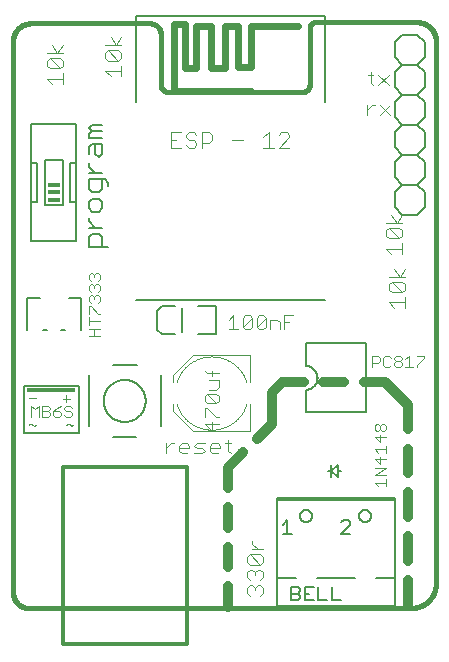
<source format=gto>
G75*
%MOIN*%
%OFA0B0*%
%FSLAX25Y25*%
%IPPOS*%
%LPD*%
%AMOC8*
5,1,8,0,0,1.08239X$1,22.5*
%
%ADD10C,0.00400*%
%ADD11C,0.00600*%
%ADD12C,0.00300*%
%ADD13C,0.03200*%
%ADD14C,0.01600*%
%ADD15C,0.00800*%
%ADD16C,0.00500*%
%ADD17C,0.02400*%
%ADD18R,0.04000X0.01500*%
%ADD19R,0.16142X0.01181*%
%ADD20C,0.01200*%
D10*
X0040540Y0105350D02*
X0040576Y0105390D01*
X0040614Y0105427D01*
X0040656Y0105462D01*
X0040699Y0105493D01*
X0040745Y0105522D01*
X0040792Y0105547D01*
X0040841Y0105569D01*
X0040892Y0105587D01*
X0040944Y0105602D01*
X0040996Y0105613D01*
X0041049Y0105621D01*
X0041103Y0105625D01*
X0041157Y0105625D01*
X0041211Y0105621D01*
X0041264Y0105613D01*
X0041316Y0105602D01*
X0041368Y0105587D01*
X0041419Y0105569D01*
X0041468Y0105547D01*
X0041515Y0105522D01*
X0041561Y0105493D01*
X0041604Y0105462D01*
X0041646Y0105427D01*
X0041684Y0105390D01*
X0041720Y0105350D01*
X0041721Y0105350D02*
X0041757Y0105310D01*
X0041795Y0105273D01*
X0041837Y0105238D01*
X0041880Y0105207D01*
X0041926Y0105178D01*
X0041973Y0105153D01*
X0042022Y0105131D01*
X0042073Y0105113D01*
X0042125Y0105098D01*
X0042177Y0105087D01*
X0042230Y0105079D01*
X0042284Y0105075D01*
X0042338Y0105075D01*
X0042392Y0105079D01*
X0042445Y0105087D01*
X0042497Y0105098D01*
X0042549Y0105113D01*
X0042600Y0105131D01*
X0042649Y0105153D01*
X0042696Y0105178D01*
X0042742Y0105207D01*
X0042785Y0105238D01*
X0042827Y0105273D01*
X0042865Y0105310D01*
X0042901Y0105350D01*
X0043020Y0114189D02*
X0040520Y0114189D01*
X0051780Y0114091D02*
X0054280Y0114091D01*
X0053020Y0112870D02*
X0053020Y0115370D01*
X0054221Y0105350D02*
X0054257Y0105310D01*
X0054295Y0105273D01*
X0054337Y0105238D01*
X0054380Y0105207D01*
X0054426Y0105178D01*
X0054473Y0105153D01*
X0054522Y0105131D01*
X0054573Y0105113D01*
X0054625Y0105098D01*
X0054677Y0105087D01*
X0054730Y0105079D01*
X0054784Y0105075D01*
X0054838Y0105075D01*
X0054892Y0105079D01*
X0054945Y0105087D01*
X0054997Y0105098D01*
X0055049Y0105113D01*
X0055100Y0105131D01*
X0055149Y0105153D01*
X0055196Y0105178D01*
X0055242Y0105207D01*
X0055285Y0105238D01*
X0055327Y0105273D01*
X0055365Y0105310D01*
X0055401Y0105350D01*
X0054220Y0105350D02*
X0054184Y0105390D01*
X0054146Y0105427D01*
X0054104Y0105462D01*
X0054061Y0105493D01*
X0054015Y0105522D01*
X0053968Y0105547D01*
X0053919Y0105569D01*
X0053868Y0105587D01*
X0053816Y0105602D01*
X0053764Y0105613D01*
X0053711Y0105621D01*
X0053657Y0105625D01*
X0053603Y0105625D01*
X0053549Y0105621D01*
X0053496Y0105613D01*
X0053444Y0105602D01*
X0053392Y0105587D01*
X0053341Y0105569D01*
X0053292Y0105547D01*
X0053245Y0105522D01*
X0053199Y0105493D01*
X0053156Y0105462D01*
X0053114Y0105427D01*
X0053076Y0105390D01*
X0053040Y0105350D01*
X0086269Y0099277D02*
X0086269Y0095807D01*
X0086269Y0097542D02*
X0088003Y0099277D01*
X0088871Y0099277D01*
X0090566Y0098409D02*
X0090566Y0096674D01*
X0091433Y0095807D01*
X0093168Y0095807D01*
X0094035Y0097542D02*
X0090566Y0097542D01*
X0090566Y0098409D02*
X0091433Y0099277D01*
X0093168Y0099277D01*
X0094035Y0098409D01*
X0094035Y0097542D01*
X0095722Y0098409D02*
X0096589Y0099277D01*
X0099192Y0099277D01*
X0100878Y0098409D02*
X0101746Y0099277D01*
X0103481Y0099277D01*
X0104348Y0098409D01*
X0104348Y0097542D01*
X0100878Y0097542D01*
X0100878Y0098409D02*
X0100878Y0096674D01*
X0101746Y0095807D01*
X0103481Y0095807D01*
X0106902Y0096674D02*
X0106902Y0100144D01*
X0106035Y0099277D02*
X0107770Y0099277D01*
X0106902Y0096674D02*
X0107770Y0095807D01*
X0114219Y0103109D02*
X0095321Y0103109D01*
X0088628Y0109802D01*
X0088628Y0112165D01*
X0088628Y0119645D02*
X0088628Y0122007D01*
X0095321Y0128700D01*
X0114219Y0128700D01*
X0114219Y0119645D01*
X0114219Y0112165D02*
X0114219Y0103109D01*
X0103814Y0105587D02*
X0099210Y0105587D01*
X0101512Y0103285D01*
X0101512Y0106354D01*
X0103047Y0107889D02*
X0103814Y0107889D01*
X0103047Y0107889D02*
X0099978Y0110958D01*
X0099210Y0110958D01*
X0099210Y0107889D01*
X0099978Y0112493D02*
X0099210Y0113260D01*
X0099210Y0114795D01*
X0099978Y0115562D01*
X0103047Y0112493D01*
X0103814Y0113260D01*
X0103814Y0114795D01*
X0103047Y0115562D01*
X0099978Y0115562D01*
X0089809Y0119645D02*
X0089904Y0119928D01*
X0090006Y0120209D01*
X0090115Y0120486D01*
X0090230Y0120762D01*
X0090352Y0121034D01*
X0090481Y0121303D01*
X0090616Y0121569D01*
X0090758Y0121831D01*
X0090906Y0122090D01*
X0091060Y0122346D01*
X0091221Y0122597D01*
X0091388Y0122845D01*
X0091560Y0123088D01*
X0091739Y0123327D01*
X0091923Y0123562D01*
X0092113Y0123792D01*
X0092309Y0124017D01*
X0092510Y0124237D01*
X0092716Y0124453D01*
X0092928Y0124663D01*
X0093144Y0124868D01*
X0093366Y0125068D01*
X0093593Y0125262D01*
X0093824Y0125451D01*
X0094059Y0125634D01*
X0094299Y0125811D01*
X0094544Y0125982D01*
X0094792Y0126147D01*
X0095045Y0126306D01*
X0095301Y0126459D01*
X0095561Y0126606D01*
X0095824Y0126746D01*
X0096091Y0126880D01*
X0096361Y0127007D01*
X0096634Y0127127D01*
X0096909Y0127241D01*
X0097188Y0127348D01*
X0097469Y0127448D01*
X0097752Y0127541D01*
X0098038Y0127628D01*
X0098326Y0127707D01*
X0098615Y0127779D01*
X0098906Y0127844D01*
X0099199Y0127902D01*
X0099493Y0127953D01*
X0099788Y0127997D01*
X0100084Y0128033D01*
X0100381Y0128062D01*
X0100679Y0128084D01*
X0100977Y0128099D01*
X0101275Y0128106D01*
X0101573Y0128106D01*
X0101871Y0128099D01*
X0102169Y0128084D01*
X0102467Y0128062D01*
X0102764Y0128033D01*
X0103060Y0127997D01*
X0103355Y0127953D01*
X0103649Y0127902D01*
X0103942Y0127844D01*
X0104233Y0127779D01*
X0104522Y0127707D01*
X0104810Y0127628D01*
X0105096Y0127541D01*
X0105379Y0127448D01*
X0105660Y0127348D01*
X0105939Y0127241D01*
X0106214Y0127127D01*
X0106487Y0127007D01*
X0106757Y0126880D01*
X0107024Y0126746D01*
X0107287Y0126606D01*
X0107547Y0126459D01*
X0107803Y0126306D01*
X0108056Y0126147D01*
X0108304Y0125982D01*
X0108549Y0125811D01*
X0108789Y0125634D01*
X0109024Y0125451D01*
X0109255Y0125262D01*
X0109482Y0125068D01*
X0109704Y0124868D01*
X0109920Y0124663D01*
X0110132Y0124453D01*
X0110338Y0124237D01*
X0110539Y0124017D01*
X0110735Y0123792D01*
X0110925Y0123562D01*
X0111109Y0123327D01*
X0111288Y0123088D01*
X0111460Y0122845D01*
X0111627Y0122597D01*
X0111788Y0122346D01*
X0111942Y0122090D01*
X0112090Y0121831D01*
X0112232Y0121569D01*
X0112367Y0121303D01*
X0112496Y0121034D01*
X0112618Y0120762D01*
X0112733Y0120486D01*
X0112842Y0120209D01*
X0112944Y0119928D01*
X0113039Y0119645D01*
X0103814Y0120166D02*
X0103814Y0117864D01*
X0103047Y0117097D01*
X0100745Y0117097D01*
X0089809Y0112165D02*
X0089904Y0111882D01*
X0090006Y0111601D01*
X0090115Y0111324D01*
X0090230Y0111048D01*
X0090352Y0110776D01*
X0090481Y0110507D01*
X0090616Y0110241D01*
X0090758Y0109979D01*
X0090906Y0109720D01*
X0091060Y0109464D01*
X0091221Y0109213D01*
X0091388Y0108965D01*
X0091560Y0108722D01*
X0091739Y0108483D01*
X0091923Y0108248D01*
X0092113Y0108018D01*
X0092309Y0107793D01*
X0092510Y0107573D01*
X0092716Y0107357D01*
X0092928Y0107147D01*
X0093144Y0106942D01*
X0093366Y0106742D01*
X0093593Y0106548D01*
X0093824Y0106359D01*
X0094059Y0106176D01*
X0094299Y0105999D01*
X0094544Y0105828D01*
X0094792Y0105663D01*
X0095045Y0105504D01*
X0095301Y0105351D01*
X0095561Y0105204D01*
X0095824Y0105064D01*
X0096091Y0104930D01*
X0096361Y0104803D01*
X0096634Y0104683D01*
X0096909Y0104569D01*
X0097188Y0104462D01*
X0097469Y0104362D01*
X0097752Y0104269D01*
X0098038Y0104182D01*
X0098326Y0104103D01*
X0098615Y0104031D01*
X0098906Y0103966D01*
X0099199Y0103908D01*
X0099493Y0103857D01*
X0099788Y0103813D01*
X0100084Y0103777D01*
X0100381Y0103748D01*
X0100679Y0103726D01*
X0100977Y0103711D01*
X0101275Y0103704D01*
X0101573Y0103704D01*
X0101871Y0103711D01*
X0102169Y0103726D01*
X0102467Y0103748D01*
X0102764Y0103777D01*
X0103060Y0103813D01*
X0103355Y0103857D01*
X0103649Y0103908D01*
X0103942Y0103966D01*
X0104233Y0104031D01*
X0104522Y0104103D01*
X0104810Y0104182D01*
X0105096Y0104269D01*
X0105379Y0104362D01*
X0105660Y0104462D01*
X0105939Y0104569D01*
X0106214Y0104683D01*
X0106487Y0104803D01*
X0106757Y0104930D01*
X0107024Y0105064D01*
X0107287Y0105204D01*
X0107547Y0105351D01*
X0107803Y0105504D01*
X0108056Y0105663D01*
X0108304Y0105828D01*
X0108549Y0105999D01*
X0108789Y0106176D01*
X0109024Y0106359D01*
X0109255Y0106548D01*
X0109482Y0106742D01*
X0109704Y0106942D01*
X0109920Y0107147D01*
X0110132Y0107357D01*
X0110338Y0107573D01*
X0110539Y0107793D01*
X0110735Y0108018D01*
X0110925Y0108248D01*
X0111109Y0108483D01*
X0111288Y0108722D01*
X0111460Y0108965D01*
X0111627Y0109213D01*
X0111788Y0109464D01*
X0111942Y0109720D01*
X0112090Y0109979D01*
X0112232Y0110241D01*
X0112367Y0110507D01*
X0112496Y0110776D01*
X0112618Y0111048D01*
X0112733Y0111324D01*
X0112842Y0111601D01*
X0112944Y0111882D01*
X0113039Y0112165D01*
X0103047Y0112493D02*
X0099978Y0112493D01*
X0100745Y0120166D02*
X0103814Y0120166D01*
X0103814Y0122468D02*
X0099978Y0122468D01*
X0099210Y0123235D01*
X0101512Y0123235D02*
X0101512Y0121701D01*
X0107211Y0137254D02*
X0110280Y0137254D01*
X0108746Y0137254D02*
X0108746Y0141858D01*
X0107211Y0140324D01*
X0111815Y0141091D02*
X0111815Y0138022D01*
X0114884Y0141091D01*
X0114884Y0138022D01*
X0114117Y0137254D01*
X0112582Y0137254D01*
X0111815Y0138022D01*
X0111815Y0141091D02*
X0112582Y0141858D01*
X0114117Y0141858D01*
X0114884Y0141091D01*
X0116419Y0141091D02*
X0116419Y0138022D01*
X0119488Y0141091D01*
X0119488Y0138022D01*
X0118721Y0137254D01*
X0117186Y0137254D01*
X0116419Y0138022D01*
X0116419Y0141091D02*
X0117186Y0141858D01*
X0118721Y0141858D01*
X0119488Y0141091D01*
X0121023Y0140324D02*
X0123325Y0140324D01*
X0124092Y0139556D01*
X0124092Y0137254D01*
X0125627Y0137254D02*
X0125627Y0141858D01*
X0128696Y0141858D01*
X0127161Y0139556D02*
X0125627Y0139556D01*
X0121023Y0140324D02*
X0121023Y0137254D01*
X0095722Y0098409D02*
X0096589Y0097542D01*
X0098324Y0097542D01*
X0099192Y0096674D01*
X0098324Y0095807D01*
X0095722Y0095807D01*
X0115015Y0066506D02*
X0115015Y0065639D01*
X0116749Y0063904D01*
X0115015Y0063904D02*
X0118484Y0063904D01*
X0117617Y0062217D02*
X0118484Y0061350D01*
X0118484Y0059615D01*
X0117617Y0058747D01*
X0114147Y0062217D01*
X0117617Y0062217D01*
X0117617Y0058747D02*
X0114147Y0058747D01*
X0113280Y0059615D01*
X0113280Y0061350D01*
X0114147Y0062217D01*
X0114147Y0057061D02*
X0115015Y0057061D01*
X0115882Y0056193D01*
X0116749Y0057061D01*
X0117617Y0057061D01*
X0118484Y0056193D01*
X0118484Y0054458D01*
X0117617Y0053591D01*
X0117617Y0051904D02*
X0116749Y0051904D01*
X0115882Y0051037D01*
X0115882Y0050169D01*
X0115882Y0051037D02*
X0115015Y0051904D01*
X0114147Y0051904D01*
X0113280Y0051037D01*
X0113280Y0049302D01*
X0114147Y0048435D01*
X0117617Y0048435D02*
X0118484Y0049302D01*
X0118484Y0051037D01*
X0117617Y0051904D01*
X0115882Y0055326D02*
X0115882Y0056193D01*
X0114147Y0057061D02*
X0113280Y0056193D01*
X0113280Y0054458D01*
X0114147Y0053591D01*
X0155020Y0124754D02*
X0155020Y0128357D01*
X0156822Y0128357D01*
X0157423Y0127756D01*
X0157423Y0126555D01*
X0156822Y0125955D01*
X0155020Y0125955D01*
X0158704Y0125354D02*
X0159304Y0124754D01*
X0160505Y0124754D01*
X0161106Y0125354D01*
X0162387Y0125354D02*
X0162387Y0125955D01*
X0162987Y0126555D01*
X0164188Y0126555D01*
X0164789Y0125955D01*
X0164789Y0125354D01*
X0164188Y0124754D01*
X0162987Y0124754D01*
X0162387Y0125354D01*
X0162987Y0126555D02*
X0162387Y0127156D01*
X0162387Y0127756D01*
X0162987Y0128357D01*
X0164188Y0128357D01*
X0164789Y0127756D01*
X0164789Y0127156D01*
X0164188Y0126555D01*
X0166070Y0127156D02*
X0167271Y0128357D01*
X0167271Y0124754D01*
X0166070Y0124754D02*
X0168472Y0124754D01*
X0169753Y0124754D02*
X0169753Y0125354D01*
X0172155Y0127756D01*
X0172155Y0128357D01*
X0169753Y0128357D01*
X0161106Y0127756D02*
X0160505Y0128357D01*
X0159304Y0128357D01*
X0158704Y0127756D01*
X0158704Y0125354D01*
X0162359Y0144407D02*
X0160624Y0146142D01*
X0165828Y0146142D01*
X0165828Y0144407D02*
X0165828Y0147877D01*
X0164961Y0149563D02*
X0161491Y0153033D01*
X0164961Y0153033D01*
X0165828Y0152166D01*
X0165828Y0150431D01*
X0164961Y0149563D01*
X0161491Y0149563D01*
X0160624Y0150431D01*
X0160624Y0152166D01*
X0161491Y0153033D01*
X0160624Y0154720D02*
X0165828Y0154720D01*
X0164094Y0154720D02*
X0165828Y0157322D01*
X0164094Y0154720D02*
X0162359Y0157322D01*
X0161365Y0162361D02*
X0159630Y0164095D01*
X0164835Y0164095D01*
X0164835Y0162361D02*
X0164835Y0165830D01*
X0163967Y0167517D02*
X0160498Y0170987D01*
X0163967Y0170987D01*
X0164835Y0170119D01*
X0164835Y0168384D01*
X0163967Y0167517D01*
X0160498Y0167517D01*
X0159630Y0168384D01*
X0159630Y0170119D01*
X0160498Y0170987D01*
X0159630Y0172673D02*
X0164835Y0172673D01*
X0163100Y0172673D02*
X0164835Y0175276D01*
X0163100Y0172673D02*
X0161365Y0175276D01*
X0160965Y0208624D02*
X0157495Y0212094D01*
X0155801Y0212094D02*
X0154933Y0212094D01*
X0153198Y0210359D01*
X0153198Y0208624D02*
X0153198Y0212094D01*
X0157495Y0208624D02*
X0160965Y0212094D01*
X0160499Y0218467D02*
X0157030Y0221937D01*
X0155327Y0221937D02*
X0153592Y0221937D01*
X0154460Y0222804D02*
X0154460Y0219334D01*
X0155327Y0218467D01*
X0157030Y0218467D02*
X0160499Y0221937D01*
X0127351Y0201993D02*
X0126483Y0202860D01*
X0124748Y0202860D01*
X0123881Y0201993D01*
X0127351Y0201126D02*
X0123881Y0197656D01*
X0127351Y0197656D01*
X0127351Y0201126D02*
X0127351Y0201993D01*
X0122194Y0197656D02*
X0118725Y0197656D01*
X0120459Y0197656D02*
X0120459Y0202860D01*
X0118725Y0201126D01*
X0111881Y0200258D02*
X0108412Y0200258D01*
X0101569Y0200258D02*
X0100701Y0199391D01*
X0098099Y0199391D01*
X0096412Y0199391D02*
X0096412Y0198523D01*
X0095545Y0197656D01*
X0093810Y0197656D01*
X0092943Y0198523D01*
X0091256Y0197656D02*
X0087786Y0197656D01*
X0087786Y0202860D01*
X0091256Y0202860D01*
X0092943Y0201993D02*
X0092943Y0201126D01*
X0093810Y0200258D01*
X0095545Y0200258D01*
X0096412Y0199391D01*
X0098099Y0197656D02*
X0098099Y0202860D01*
X0100701Y0202860D01*
X0101569Y0201993D01*
X0101569Y0200258D01*
X0096412Y0201993D02*
X0095545Y0202860D01*
X0093810Y0202860D01*
X0092943Y0201993D01*
X0089521Y0200258D02*
X0087786Y0200258D01*
X0071259Y0221560D02*
X0071259Y0225029D01*
X0071259Y0223295D02*
X0066055Y0223295D01*
X0067789Y0221560D01*
X0066922Y0226716D02*
X0066055Y0227584D01*
X0066055Y0229318D01*
X0066922Y0230186D01*
X0070392Y0226716D01*
X0071259Y0227584D01*
X0071259Y0229318D01*
X0070392Y0230186D01*
X0066922Y0230186D01*
X0066055Y0231873D02*
X0071259Y0231873D01*
X0069524Y0231873D02*
X0071259Y0234475D01*
X0069524Y0231873D02*
X0067789Y0234475D01*
X0066922Y0226716D02*
X0070392Y0226716D01*
X0051761Y0226756D02*
X0051761Y0225021D01*
X0050894Y0224154D01*
X0047424Y0227624D01*
X0050894Y0227624D01*
X0051761Y0226756D01*
X0051761Y0229310D02*
X0046557Y0229310D01*
X0047424Y0227624D02*
X0046557Y0226756D01*
X0046557Y0225021D01*
X0047424Y0224154D01*
X0050894Y0224154D01*
X0051761Y0222467D02*
X0051761Y0218998D01*
X0051761Y0220732D02*
X0046557Y0220732D01*
X0048292Y0218998D01*
X0050027Y0229310D02*
X0048292Y0231913D01*
X0050027Y0229310D02*
X0051761Y0231913D01*
D11*
X0056317Y0205645D02*
X0041317Y0205645D01*
X0041317Y0192645D01*
X0041317Y0179645D01*
X0041317Y0166645D01*
X0056317Y0166645D01*
X0056317Y0179645D01*
X0056317Y0192645D01*
X0056317Y0205645D01*
X0060546Y0204300D02*
X0061614Y0205368D01*
X0064817Y0205368D01*
X0064817Y0203233D02*
X0061614Y0203233D01*
X0060546Y0204300D01*
X0061614Y0203233D02*
X0060546Y0202165D01*
X0060546Y0201098D01*
X0064817Y0201098D01*
X0064817Y0198923D02*
X0064817Y0195720D01*
X0063749Y0194652D01*
X0062681Y0195720D01*
X0062681Y0198923D01*
X0061614Y0198923D02*
X0064817Y0198923D01*
X0061614Y0198923D02*
X0060546Y0197855D01*
X0060546Y0195720D01*
X0060546Y0192484D02*
X0060546Y0191416D01*
X0062681Y0189281D01*
X0060546Y0189281D02*
X0064817Y0189281D01*
X0064817Y0187106D02*
X0064817Y0183903D01*
X0063749Y0182835D01*
X0061614Y0182835D01*
X0060546Y0183903D01*
X0060546Y0187106D01*
X0065884Y0187106D01*
X0066952Y0186038D01*
X0066952Y0184971D01*
X0063749Y0180660D02*
X0064817Y0179593D01*
X0064817Y0177458D01*
X0063749Y0176390D01*
X0061614Y0176390D01*
X0060546Y0177458D01*
X0060546Y0179593D01*
X0061614Y0180660D01*
X0063749Y0180660D01*
X0060546Y0174221D02*
X0060546Y0173154D01*
X0062681Y0171019D01*
X0060546Y0171019D02*
X0064817Y0171019D01*
X0063749Y0168844D02*
X0064817Y0167776D01*
X0064817Y0164573D01*
X0066952Y0164573D02*
X0060546Y0164573D01*
X0060546Y0167776D01*
X0061614Y0168844D01*
X0063749Y0168844D01*
X0056317Y0179645D02*
X0054317Y0179645D01*
X0054317Y0192645D01*
X0056317Y0192645D01*
X0051817Y0193645D02*
X0051817Y0178645D01*
X0045817Y0178645D01*
X0045817Y0193645D01*
X0051817Y0193645D01*
X0043317Y0192645D02*
X0041317Y0192645D01*
X0043317Y0192645D02*
X0043317Y0179645D01*
X0041317Y0179645D01*
X0040032Y0147724D02*
X0044201Y0147724D01*
X0040032Y0147724D02*
X0040032Y0137043D01*
X0045292Y0137012D02*
X0046705Y0137012D01*
X0051198Y0137012D02*
X0052610Y0137012D01*
X0057925Y0137043D02*
X0057925Y0147724D01*
X0053954Y0147724D01*
X0123120Y0080999D02*
X0123120Y0080200D01*
X0162420Y0080200D01*
X0162420Y0054200D01*
X0162420Y0044798D01*
X0123120Y0044798D01*
X0123120Y0054200D01*
X0123120Y0080200D01*
X0123120Y0080999D02*
X0162420Y0080999D01*
X0162420Y0080200D01*
X0150620Y0074998D02*
X0150622Y0075087D01*
X0150628Y0075176D01*
X0150638Y0075265D01*
X0150652Y0075353D01*
X0150669Y0075440D01*
X0150691Y0075526D01*
X0150717Y0075612D01*
X0150746Y0075696D01*
X0150779Y0075779D01*
X0150815Y0075860D01*
X0150856Y0075940D01*
X0150899Y0076017D01*
X0150946Y0076093D01*
X0150997Y0076166D01*
X0151050Y0076237D01*
X0151107Y0076306D01*
X0151167Y0076372D01*
X0151230Y0076436D01*
X0151295Y0076496D01*
X0151363Y0076554D01*
X0151434Y0076608D01*
X0151507Y0076659D01*
X0151582Y0076707D01*
X0151659Y0076752D01*
X0151738Y0076793D01*
X0151819Y0076830D01*
X0151901Y0076864D01*
X0151985Y0076895D01*
X0152070Y0076921D01*
X0152156Y0076944D01*
X0152243Y0076962D01*
X0152331Y0076977D01*
X0152420Y0076988D01*
X0152509Y0076995D01*
X0152598Y0076998D01*
X0152687Y0076997D01*
X0152776Y0076992D01*
X0152864Y0076983D01*
X0152953Y0076970D01*
X0153040Y0076953D01*
X0153127Y0076933D01*
X0153213Y0076908D01*
X0153297Y0076880D01*
X0153380Y0076848D01*
X0153462Y0076812D01*
X0153542Y0076773D01*
X0153620Y0076730D01*
X0153696Y0076684D01*
X0153770Y0076634D01*
X0153842Y0076581D01*
X0153911Y0076525D01*
X0153978Y0076466D01*
X0154042Y0076404D01*
X0154103Y0076340D01*
X0154162Y0076272D01*
X0154217Y0076202D01*
X0154269Y0076130D01*
X0154318Y0076055D01*
X0154363Y0075979D01*
X0154405Y0075900D01*
X0154443Y0075820D01*
X0154478Y0075738D01*
X0154509Y0075654D01*
X0154537Y0075569D01*
X0154560Y0075483D01*
X0154580Y0075396D01*
X0154596Y0075309D01*
X0154608Y0075220D01*
X0154616Y0075132D01*
X0154620Y0075043D01*
X0154620Y0074953D01*
X0154616Y0074864D01*
X0154608Y0074776D01*
X0154596Y0074687D01*
X0154580Y0074600D01*
X0154560Y0074513D01*
X0154537Y0074427D01*
X0154509Y0074342D01*
X0154478Y0074258D01*
X0154443Y0074176D01*
X0154405Y0074096D01*
X0154363Y0074017D01*
X0154318Y0073941D01*
X0154269Y0073866D01*
X0154217Y0073794D01*
X0154162Y0073724D01*
X0154103Y0073656D01*
X0154042Y0073592D01*
X0153978Y0073530D01*
X0153911Y0073471D01*
X0153842Y0073415D01*
X0153770Y0073362D01*
X0153696Y0073312D01*
X0153620Y0073266D01*
X0153542Y0073223D01*
X0153462Y0073184D01*
X0153380Y0073148D01*
X0153297Y0073116D01*
X0153213Y0073088D01*
X0153127Y0073063D01*
X0153040Y0073043D01*
X0152953Y0073026D01*
X0152864Y0073013D01*
X0152776Y0073004D01*
X0152687Y0072999D01*
X0152598Y0072998D01*
X0152509Y0073001D01*
X0152420Y0073008D01*
X0152331Y0073019D01*
X0152243Y0073034D01*
X0152156Y0073052D01*
X0152070Y0073075D01*
X0151985Y0073101D01*
X0151901Y0073132D01*
X0151819Y0073166D01*
X0151738Y0073203D01*
X0151659Y0073244D01*
X0151582Y0073289D01*
X0151507Y0073337D01*
X0151434Y0073388D01*
X0151363Y0073442D01*
X0151295Y0073500D01*
X0151230Y0073560D01*
X0151167Y0073624D01*
X0151107Y0073690D01*
X0151050Y0073759D01*
X0150997Y0073830D01*
X0150946Y0073903D01*
X0150899Y0073979D01*
X0150856Y0074056D01*
X0150815Y0074136D01*
X0150779Y0074217D01*
X0150746Y0074300D01*
X0150717Y0074384D01*
X0150691Y0074470D01*
X0150669Y0074556D01*
X0150652Y0074643D01*
X0150638Y0074731D01*
X0150628Y0074820D01*
X0150622Y0074909D01*
X0150620Y0074998D01*
X0149120Y0054200D02*
X0136420Y0054200D01*
X0129420Y0054200D02*
X0123120Y0054200D01*
X0130920Y0074998D02*
X0130922Y0075087D01*
X0130928Y0075176D01*
X0130938Y0075265D01*
X0130952Y0075353D01*
X0130969Y0075440D01*
X0130991Y0075526D01*
X0131017Y0075612D01*
X0131046Y0075696D01*
X0131079Y0075779D01*
X0131115Y0075860D01*
X0131156Y0075940D01*
X0131199Y0076017D01*
X0131246Y0076093D01*
X0131297Y0076166D01*
X0131350Y0076237D01*
X0131407Y0076306D01*
X0131467Y0076372D01*
X0131530Y0076436D01*
X0131595Y0076496D01*
X0131663Y0076554D01*
X0131734Y0076608D01*
X0131807Y0076659D01*
X0131882Y0076707D01*
X0131959Y0076752D01*
X0132038Y0076793D01*
X0132119Y0076830D01*
X0132201Y0076864D01*
X0132285Y0076895D01*
X0132370Y0076921D01*
X0132456Y0076944D01*
X0132543Y0076962D01*
X0132631Y0076977D01*
X0132720Y0076988D01*
X0132809Y0076995D01*
X0132898Y0076998D01*
X0132987Y0076997D01*
X0133076Y0076992D01*
X0133164Y0076983D01*
X0133253Y0076970D01*
X0133340Y0076953D01*
X0133427Y0076933D01*
X0133513Y0076908D01*
X0133597Y0076880D01*
X0133680Y0076848D01*
X0133762Y0076812D01*
X0133842Y0076773D01*
X0133920Y0076730D01*
X0133996Y0076684D01*
X0134070Y0076634D01*
X0134142Y0076581D01*
X0134211Y0076525D01*
X0134278Y0076466D01*
X0134342Y0076404D01*
X0134403Y0076340D01*
X0134462Y0076272D01*
X0134517Y0076202D01*
X0134569Y0076130D01*
X0134618Y0076055D01*
X0134663Y0075979D01*
X0134705Y0075900D01*
X0134743Y0075820D01*
X0134778Y0075738D01*
X0134809Y0075654D01*
X0134837Y0075569D01*
X0134860Y0075483D01*
X0134880Y0075396D01*
X0134896Y0075309D01*
X0134908Y0075220D01*
X0134916Y0075132D01*
X0134920Y0075043D01*
X0134920Y0074953D01*
X0134916Y0074864D01*
X0134908Y0074776D01*
X0134896Y0074687D01*
X0134880Y0074600D01*
X0134860Y0074513D01*
X0134837Y0074427D01*
X0134809Y0074342D01*
X0134778Y0074258D01*
X0134743Y0074176D01*
X0134705Y0074096D01*
X0134663Y0074017D01*
X0134618Y0073941D01*
X0134569Y0073866D01*
X0134517Y0073794D01*
X0134462Y0073724D01*
X0134403Y0073656D01*
X0134342Y0073592D01*
X0134278Y0073530D01*
X0134211Y0073471D01*
X0134142Y0073415D01*
X0134070Y0073362D01*
X0133996Y0073312D01*
X0133920Y0073266D01*
X0133842Y0073223D01*
X0133762Y0073184D01*
X0133680Y0073148D01*
X0133597Y0073116D01*
X0133513Y0073088D01*
X0133427Y0073063D01*
X0133340Y0073043D01*
X0133253Y0073026D01*
X0133164Y0073013D01*
X0133076Y0073004D01*
X0132987Y0072999D01*
X0132898Y0072998D01*
X0132809Y0073001D01*
X0132720Y0073008D01*
X0132631Y0073019D01*
X0132543Y0073034D01*
X0132456Y0073052D01*
X0132370Y0073075D01*
X0132285Y0073101D01*
X0132201Y0073132D01*
X0132119Y0073166D01*
X0132038Y0073203D01*
X0131959Y0073244D01*
X0131882Y0073289D01*
X0131807Y0073337D01*
X0131734Y0073388D01*
X0131663Y0073442D01*
X0131595Y0073500D01*
X0131530Y0073560D01*
X0131467Y0073624D01*
X0131407Y0073690D01*
X0131350Y0073759D01*
X0131297Y0073830D01*
X0131246Y0073903D01*
X0131199Y0073979D01*
X0131156Y0074056D01*
X0131115Y0074136D01*
X0131079Y0074217D01*
X0131046Y0074300D01*
X0131017Y0074384D01*
X0130991Y0074470D01*
X0130969Y0074556D01*
X0130952Y0074643D01*
X0130938Y0074731D01*
X0130928Y0074820D01*
X0130922Y0074909D01*
X0130920Y0074998D01*
X0156120Y0054200D02*
X0162420Y0054200D01*
X0152762Y0109523D02*
X0132762Y0109523D01*
X0132762Y0117023D01*
X0132888Y0117025D01*
X0133013Y0117031D01*
X0133138Y0117041D01*
X0133263Y0117055D01*
X0133388Y0117072D01*
X0133512Y0117094D01*
X0133635Y0117119D01*
X0133757Y0117149D01*
X0133878Y0117182D01*
X0133998Y0117219D01*
X0134117Y0117259D01*
X0134234Y0117304D01*
X0134351Y0117352D01*
X0134465Y0117404D01*
X0134578Y0117459D01*
X0134689Y0117518D01*
X0134798Y0117580D01*
X0134905Y0117646D01*
X0135010Y0117715D01*
X0135113Y0117787D01*
X0135214Y0117862D01*
X0135312Y0117941D01*
X0135407Y0118023D01*
X0135500Y0118107D01*
X0135590Y0118195D01*
X0135678Y0118285D01*
X0135762Y0118378D01*
X0135844Y0118473D01*
X0135923Y0118571D01*
X0135998Y0118672D01*
X0136070Y0118775D01*
X0136139Y0118880D01*
X0136205Y0118987D01*
X0136267Y0119096D01*
X0136326Y0119207D01*
X0136381Y0119320D01*
X0136433Y0119434D01*
X0136481Y0119551D01*
X0136526Y0119668D01*
X0136566Y0119787D01*
X0136603Y0119907D01*
X0136636Y0120028D01*
X0136666Y0120150D01*
X0136691Y0120273D01*
X0136713Y0120397D01*
X0136730Y0120522D01*
X0136744Y0120647D01*
X0136754Y0120772D01*
X0136760Y0120897D01*
X0136762Y0121023D01*
X0136760Y0121149D01*
X0136754Y0121274D01*
X0136744Y0121399D01*
X0136730Y0121524D01*
X0136713Y0121649D01*
X0136691Y0121773D01*
X0136666Y0121896D01*
X0136636Y0122018D01*
X0136603Y0122139D01*
X0136566Y0122259D01*
X0136526Y0122378D01*
X0136481Y0122495D01*
X0136433Y0122612D01*
X0136381Y0122726D01*
X0136326Y0122839D01*
X0136267Y0122950D01*
X0136205Y0123059D01*
X0136139Y0123166D01*
X0136070Y0123271D01*
X0135998Y0123374D01*
X0135923Y0123475D01*
X0135844Y0123573D01*
X0135762Y0123668D01*
X0135678Y0123761D01*
X0135590Y0123851D01*
X0135500Y0123939D01*
X0135407Y0124023D01*
X0135312Y0124105D01*
X0135214Y0124184D01*
X0135113Y0124259D01*
X0135010Y0124331D01*
X0134905Y0124400D01*
X0134798Y0124466D01*
X0134689Y0124528D01*
X0134578Y0124587D01*
X0134465Y0124642D01*
X0134351Y0124694D01*
X0134234Y0124742D01*
X0134117Y0124787D01*
X0133998Y0124827D01*
X0133878Y0124864D01*
X0133757Y0124897D01*
X0133635Y0124927D01*
X0133512Y0124952D01*
X0133388Y0124974D01*
X0133263Y0124991D01*
X0133138Y0125005D01*
X0133013Y0125015D01*
X0132888Y0125021D01*
X0132762Y0125023D01*
X0132762Y0132523D01*
X0152762Y0132523D01*
X0152762Y0109523D01*
X0165003Y0175302D02*
X0162503Y0177802D01*
X0162503Y0182802D01*
X0165003Y0185302D01*
X0162503Y0187802D01*
X0162503Y0192802D01*
X0165003Y0195302D01*
X0162503Y0197802D01*
X0162503Y0202802D01*
X0165003Y0205302D01*
X0162503Y0207802D01*
X0162503Y0212802D01*
X0165003Y0215302D01*
X0162503Y0217802D01*
X0162503Y0222802D01*
X0165003Y0225302D01*
X0162503Y0227802D01*
X0162503Y0232802D01*
X0165003Y0235302D01*
X0170003Y0235302D01*
X0172503Y0232802D01*
X0172503Y0227802D01*
X0170003Y0225302D01*
X0172503Y0222802D01*
X0172503Y0217802D01*
X0170003Y0215302D01*
X0165003Y0215302D01*
X0170003Y0215302D02*
X0172503Y0212802D01*
X0172503Y0207802D01*
X0170003Y0205302D01*
X0172503Y0202802D01*
X0172503Y0197802D01*
X0170003Y0195302D01*
X0172503Y0192802D01*
X0172503Y0187802D01*
X0170003Y0185302D01*
X0172503Y0182802D01*
X0172503Y0177802D01*
X0170003Y0175302D01*
X0165003Y0175302D01*
X0165003Y0185302D02*
X0170003Y0185302D01*
X0170003Y0195302D02*
X0165003Y0195302D01*
X0165003Y0205302D02*
X0170003Y0205302D01*
X0170003Y0225302D02*
X0165003Y0225302D01*
D12*
X0158864Y0105710D02*
X0159481Y0105093D01*
X0159481Y0103859D01*
X0158864Y0103241D01*
X0158246Y0103241D01*
X0157629Y0103859D01*
X0157629Y0105093D01*
X0158246Y0105710D01*
X0158864Y0105710D01*
X0157629Y0105093D02*
X0157012Y0105710D01*
X0156395Y0105710D01*
X0155778Y0105093D01*
X0155778Y0103859D01*
X0156395Y0103241D01*
X0157012Y0103241D01*
X0157629Y0103859D01*
X0157629Y0102027D02*
X0157629Y0099558D01*
X0155778Y0101410D01*
X0159481Y0101410D01*
X0159481Y0098344D02*
X0159481Y0095875D01*
X0159481Y0097109D02*
X0155778Y0097109D01*
X0157012Y0095875D01*
X0157629Y0094661D02*
X0157629Y0092192D01*
X0155778Y0094043D01*
X0159481Y0094043D01*
X0159481Y0090978D02*
X0155778Y0090978D01*
X0155778Y0088509D02*
X0159481Y0090978D01*
X0159481Y0088509D02*
X0155778Y0088509D01*
X0155778Y0086060D02*
X0159481Y0086060D01*
X0159481Y0084826D02*
X0159481Y0087294D01*
X0157012Y0084826D02*
X0155778Y0086060D01*
X0064184Y0134960D02*
X0060481Y0134960D01*
X0062332Y0134960D02*
X0062332Y0137429D01*
X0060481Y0137429D02*
X0064184Y0137429D01*
X0064184Y0139878D02*
X0060481Y0139878D01*
X0060481Y0141112D02*
X0060481Y0138643D01*
X0060481Y0142327D02*
X0060481Y0144795D01*
X0061098Y0144795D01*
X0063567Y0142327D01*
X0064184Y0142327D01*
X0063567Y0146010D02*
X0064184Y0146627D01*
X0064184Y0147861D01*
X0063567Y0148478D01*
X0062949Y0148478D01*
X0062332Y0147861D01*
X0062332Y0147244D01*
X0062332Y0147861D02*
X0061715Y0148478D01*
X0061098Y0148478D01*
X0060481Y0147861D01*
X0060481Y0146627D01*
X0061098Y0146010D01*
X0061098Y0149693D02*
X0060481Y0150310D01*
X0060481Y0151544D01*
X0061098Y0152162D01*
X0061715Y0152162D01*
X0062332Y0151544D01*
X0062949Y0152162D01*
X0063567Y0152162D01*
X0064184Y0151544D01*
X0064184Y0150310D01*
X0063567Y0149693D01*
X0062332Y0150927D02*
X0062332Y0151544D01*
X0061098Y0153376D02*
X0060481Y0153993D01*
X0060481Y0155228D01*
X0061098Y0155845D01*
X0061715Y0155845D01*
X0062332Y0155228D01*
X0062949Y0155845D01*
X0063567Y0155845D01*
X0064184Y0155228D01*
X0064184Y0153993D01*
X0063567Y0153376D01*
X0062332Y0154610D02*
X0062332Y0155228D01*
X0054192Y0111692D02*
X0052957Y0111692D01*
X0052340Y0111075D01*
X0052340Y0110457D01*
X0052957Y0109840D01*
X0054192Y0109840D01*
X0054809Y0109223D01*
X0054809Y0108606D01*
X0054192Y0107989D01*
X0052957Y0107989D01*
X0052340Y0108606D01*
X0051126Y0108606D02*
X0051126Y0109223D01*
X0050509Y0109840D01*
X0048657Y0109840D01*
X0048657Y0108606D01*
X0049274Y0107989D01*
X0050509Y0107989D01*
X0051126Y0108606D01*
X0049891Y0111075D02*
X0048657Y0109840D01*
X0047443Y0109223D02*
X0047443Y0108606D01*
X0046825Y0107989D01*
X0044974Y0107989D01*
X0044974Y0111692D01*
X0046825Y0111692D01*
X0047443Y0111075D01*
X0047443Y0110457D01*
X0046825Y0109840D01*
X0044974Y0109840D01*
X0046825Y0109840D02*
X0047443Y0109223D01*
X0049891Y0111075D02*
X0051126Y0111692D01*
X0054192Y0111692D02*
X0054809Y0111075D01*
X0043759Y0111692D02*
X0043759Y0107989D01*
X0041291Y0107989D02*
X0041291Y0111692D01*
X0042525Y0110457D01*
X0043759Y0111692D01*
D13*
X0106935Y0091102D02*
X0106935Y0084287D01*
X0106935Y0091102D02*
X0111956Y0096122D01*
X0116482Y0100648D02*
X0121502Y0105669D01*
X0121502Y0115905D01*
X0125046Y0119448D01*
X0132196Y0119448D01*
X0138596Y0119448D02*
X0145747Y0119448D01*
X0152147Y0119448D02*
X0159298Y0119448D01*
X0166778Y0111968D01*
X0166778Y0103781D01*
X0166778Y0097381D02*
X0166778Y0089194D01*
X0166778Y0082794D02*
X0166778Y0074606D01*
X0166778Y0068206D02*
X0166778Y0060019D01*
X0166778Y0053619D02*
X0166778Y0045432D01*
X0106935Y0044645D02*
X0106935Y0051459D01*
X0106935Y0057859D02*
X0106935Y0064673D01*
X0106935Y0071073D02*
X0106935Y0077887D01*
D14*
X0035282Y0049369D02*
X0035282Y0233228D01*
X0035281Y0233228D02*
X0035283Y0233380D01*
X0035289Y0233532D01*
X0035299Y0233684D01*
X0035312Y0233835D01*
X0035330Y0233986D01*
X0035351Y0234137D01*
X0035377Y0234287D01*
X0035406Y0234436D01*
X0035439Y0234585D01*
X0035476Y0234732D01*
X0035516Y0234879D01*
X0035561Y0235024D01*
X0035609Y0235168D01*
X0035661Y0235311D01*
X0035716Y0235453D01*
X0035775Y0235593D01*
X0035838Y0235732D01*
X0035904Y0235869D01*
X0035974Y0236004D01*
X0036047Y0236137D01*
X0036124Y0236268D01*
X0036204Y0236398D01*
X0036287Y0236525D01*
X0036373Y0236650D01*
X0036463Y0236773D01*
X0036556Y0236893D01*
X0036652Y0237011D01*
X0036751Y0237127D01*
X0036853Y0237240D01*
X0036957Y0237350D01*
X0037065Y0237458D01*
X0037175Y0237562D01*
X0037288Y0237664D01*
X0037404Y0237763D01*
X0037522Y0237859D01*
X0037642Y0237952D01*
X0037765Y0238042D01*
X0037890Y0238128D01*
X0038017Y0238211D01*
X0038147Y0238291D01*
X0038278Y0238368D01*
X0038411Y0238441D01*
X0038546Y0238511D01*
X0038683Y0238577D01*
X0038822Y0238640D01*
X0038962Y0238699D01*
X0039104Y0238754D01*
X0039247Y0238806D01*
X0039391Y0238854D01*
X0039536Y0238899D01*
X0039683Y0238939D01*
X0039830Y0238976D01*
X0039979Y0239009D01*
X0040128Y0239038D01*
X0040278Y0239064D01*
X0040429Y0239085D01*
X0040580Y0239103D01*
X0040731Y0239116D01*
X0040883Y0239126D01*
X0041035Y0239132D01*
X0041187Y0239134D01*
X0041187Y0239133D02*
X0080951Y0239133D01*
X0081067Y0239131D01*
X0081183Y0239125D01*
X0081298Y0239116D01*
X0081413Y0239103D01*
X0081528Y0239086D01*
X0081642Y0239065D01*
X0081756Y0239040D01*
X0081868Y0239012D01*
X0081979Y0238980D01*
X0082090Y0238945D01*
X0082199Y0238906D01*
X0082307Y0238863D01*
X0082413Y0238817D01*
X0082518Y0238768D01*
X0082621Y0238715D01*
X0082723Y0238658D01*
X0082822Y0238599D01*
X0082919Y0238536D01*
X0083015Y0238470D01*
X0083108Y0238401D01*
X0083199Y0238329D01*
X0083287Y0238254D01*
X0083373Y0238176D01*
X0083456Y0238095D01*
X0083537Y0238012D01*
X0083615Y0237926D01*
X0083690Y0237838D01*
X0083762Y0237747D01*
X0083831Y0237654D01*
X0083897Y0237558D01*
X0083960Y0237461D01*
X0084019Y0237362D01*
X0084076Y0237260D01*
X0084129Y0237157D01*
X0084178Y0237052D01*
X0084224Y0236946D01*
X0084267Y0236838D01*
X0084306Y0236729D01*
X0084341Y0236618D01*
X0084373Y0236507D01*
X0084401Y0236395D01*
X0084426Y0236281D01*
X0084447Y0236167D01*
X0084464Y0236052D01*
X0084477Y0235937D01*
X0084486Y0235822D01*
X0084492Y0235706D01*
X0084494Y0235590D01*
X0084494Y0218661D01*
X0084495Y0218661D02*
X0084497Y0218566D01*
X0084503Y0218471D01*
X0084512Y0218376D01*
X0084526Y0218282D01*
X0084543Y0218189D01*
X0084564Y0218096D01*
X0084588Y0218004D01*
X0084617Y0217913D01*
X0084648Y0217823D01*
X0084684Y0217735D01*
X0084723Y0217648D01*
X0084766Y0217563D01*
X0084811Y0217480D01*
X0084861Y0217399D01*
X0084913Y0217319D01*
X0084969Y0217242D01*
X0085027Y0217167D01*
X0085089Y0217095D01*
X0085154Y0217025D01*
X0085221Y0216958D01*
X0085291Y0216893D01*
X0085363Y0216831D01*
X0085438Y0216773D01*
X0085515Y0216717D01*
X0085595Y0216665D01*
X0085676Y0216615D01*
X0085759Y0216570D01*
X0085844Y0216527D01*
X0085931Y0216488D01*
X0086019Y0216452D01*
X0086109Y0216421D01*
X0086200Y0216392D01*
X0086292Y0216368D01*
X0086385Y0216347D01*
X0086478Y0216330D01*
X0086572Y0216316D01*
X0086667Y0216307D01*
X0086762Y0216301D01*
X0086857Y0216299D01*
X0086857Y0216298D02*
X0131739Y0216298D01*
X0131739Y0216299D02*
X0131834Y0216301D01*
X0131929Y0216307D01*
X0132024Y0216316D01*
X0132118Y0216330D01*
X0132211Y0216347D01*
X0132304Y0216368D01*
X0132396Y0216392D01*
X0132487Y0216421D01*
X0132577Y0216452D01*
X0132665Y0216488D01*
X0132752Y0216527D01*
X0132837Y0216570D01*
X0132920Y0216615D01*
X0133001Y0216665D01*
X0133081Y0216717D01*
X0133158Y0216773D01*
X0133233Y0216831D01*
X0133305Y0216893D01*
X0133375Y0216958D01*
X0133442Y0217025D01*
X0133507Y0217095D01*
X0133569Y0217167D01*
X0133627Y0217242D01*
X0133683Y0217319D01*
X0133735Y0217399D01*
X0133785Y0217480D01*
X0133830Y0217563D01*
X0133873Y0217648D01*
X0133912Y0217735D01*
X0133948Y0217823D01*
X0133979Y0217913D01*
X0134008Y0218004D01*
X0134032Y0218096D01*
X0134053Y0218189D01*
X0134070Y0218282D01*
X0134084Y0218376D01*
X0134093Y0218471D01*
X0134099Y0218566D01*
X0134101Y0218661D01*
X0134101Y0237558D01*
X0134100Y0237558D02*
X0134102Y0237644D01*
X0134107Y0237730D01*
X0134117Y0237815D01*
X0134130Y0237900D01*
X0134147Y0237984D01*
X0134167Y0238068D01*
X0134191Y0238150D01*
X0134219Y0238231D01*
X0134250Y0238312D01*
X0134284Y0238390D01*
X0134322Y0238467D01*
X0134364Y0238543D01*
X0134408Y0238616D01*
X0134456Y0238687D01*
X0134507Y0238757D01*
X0134561Y0238824D01*
X0134617Y0238888D01*
X0134677Y0238950D01*
X0134739Y0239010D01*
X0134803Y0239066D01*
X0134870Y0239120D01*
X0134940Y0239171D01*
X0135011Y0239219D01*
X0135085Y0239263D01*
X0135160Y0239305D01*
X0135237Y0239343D01*
X0135315Y0239377D01*
X0135396Y0239408D01*
X0135477Y0239436D01*
X0135559Y0239460D01*
X0135643Y0239480D01*
X0135727Y0239497D01*
X0135812Y0239510D01*
X0135897Y0239520D01*
X0135983Y0239525D01*
X0136069Y0239527D01*
X0169928Y0239527D01*
X0170085Y0239525D01*
X0170242Y0239519D01*
X0170399Y0239509D01*
X0170555Y0239496D01*
X0170711Y0239478D01*
X0170867Y0239457D01*
X0171022Y0239431D01*
X0171176Y0239402D01*
X0171330Y0239369D01*
X0171482Y0239332D01*
X0171634Y0239292D01*
X0171785Y0239247D01*
X0171934Y0239199D01*
X0172082Y0239147D01*
X0172229Y0239092D01*
X0172375Y0239032D01*
X0172519Y0238970D01*
X0172661Y0238903D01*
X0172802Y0238833D01*
X0172941Y0238760D01*
X0173078Y0238683D01*
X0173213Y0238603D01*
X0173345Y0238519D01*
X0173476Y0238432D01*
X0173605Y0238342D01*
X0173731Y0238249D01*
X0173855Y0238153D01*
X0173977Y0238053D01*
X0174096Y0237951D01*
X0174212Y0237845D01*
X0174326Y0237737D01*
X0174437Y0237626D01*
X0174545Y0237512D01*
X0174651Y0237396D01*
X0174753Y0237277D01*
X0174853Y0237155D01*
X0174949Y0237031D01*
X0175042Y0236905D01*
X0175132Y0236776D01*
X0175219Y0236645D01*
X0175303Y0236513D01*
X0175383Y0236378D01*
X0175460Y0236241D01*
X0175533Y0236102D01*
X0175603Y0235961D01*
X0175670Y0235819D01*
X0175732Y0235675D01*
X0175792Y0235529D01*
X0175847Y0235382D01*
X0175899Y0235234D01*
X0175947Y0235085D01*
X0175992Y0234934D01*
X0176032Y0234782D01*
X0176069Y0234630D01*
X0176102Y0234476D01*
X0176131Y0234322D01*
X0176157Y0234167D01*
X0176178Y0234011D01*
X0176196Y0233855D01*
X0176209Y0233699D01*
X0176219Y0233542D01*
X0176225Y0233385D01*
X0176227Y0233228D01*
X0176227Y0052519D01*
X0176225Y0052319D01*
X0176217Y0052120D01*
X0176205Y0051920D01*
X0176188Y0051721D01*
X0176167Y0051522D01*
X0176140Y0051324D01*
X0176109Y0051127D01*
X0176073Y0050930D01*
X0176032Y0050735D01*
X0175987Y0050540D01*
X0175937Y0050347D01*
X0175882Y0050155D01*
X0175822Y0049964D01*
X0175758Y0049775D01*
X0175690Y0049587D01*
X0175617Y0049401D01*
X0175539Y0049217D01*
X0175457Y0049035D01*
X0175371Y0048855D01*
X0175280Y0048677D01*
X0175185Y0048501D01*
X0175086Y0048327D01*
X0174982Y0048156D01*
X0174875Y0047988D01*
X0174763Y0047822D01*
X0174648Y0047659D01*
X0174529Y0047499D01*
X0174405Y0047342D01*
X0174278Y0047187D01*
X0174148Y0047036D01*
X0174013Y0046888D01*
X0173876Y0046744D01*
X0173734Y0046602D01*
X0173590Y0046465D01*
X0173442Y0046330D01*
X0173291Y0046200D01*
X0173136Y0046073D01*
X0172979Y0045949D01*
X0172819Y0045830D01*
X0172656Y0045715D01*
X0172490Y0045603D01*
X0172322Y0045496D01*
X0172151Y0045392D01*
X0171977Y0045293D01*
X0171801Y0045198D01*
X0171623Y0045107D01*
X0171443Y0045021D01*
X0171261Y0044939D01*
X0171077Y0044861D01*
X0170891Y0044788D01*
X0170703Y0044720D01*
X0170514Y0044656D01*
X0170323Y0044596D01*
X0170131Y0044541D01*
X0169938Y0044491D01*
X0169743Y0044446D01*
X0169548Y0044405D01*
X0169351Y0044369D01*
X0169154Y0044338D01*
X0168956Y0044311D01*
X0168757Y0044290D01*
X0168558Y0044273D01*
X0168358Y0044261D01*
X0168159Y0044253D01*
X0167959Y0044251D01*
X0040400Y0044251D01*
X0040259Y0044253D01*
X0040118Y0044259D01*
X0039977Y0044268D01*
X0039837Y0044282D01*
X0039697Y0044300D01*
X0039558Y0044321D01*
X0039419Y0044346D01*
X0039281Y0044375D01*
X0039144Y0044408D01*
X0039007Y0044444D01*
X0038872Y0044484D01*
X0038738Y0044528D01*
X0038605Y0044576D01*
X0038474Y0044627D01*
X0038344Y0044682D01*
X0038216Y0044741D01*
X0038089Y0044802D01*
X0037964Y0044868D01*
X0037841Y0044937D01*
X0037720Y0045009D01*
X0037601Y0045084D01*
X0037484Y0045163D01*
X0037369Y0045245D01*
X0037256Y0045330D01*
X0037146Y0045418D01*
X0037039Y0045509D01*
X0036934Y0045604D01*
X0036831Y0045701D01*
X0036732Y0045800D01*
X0036635Y0045903D01*
X0036540Y0046008D01*
X0036449Y0046115D01*
X0036361Y0046225D01*
X0036276Y0046338D01*
X0036194Y0046453D01*
X0036115Y0046570D01*
X0036040Y0046689D01*
X0035968Y0046810D01*
X0035899Y0046933D01*
X0035833Y0047058D01*
X0035772Y0047185D01*
X0035713Y0047313D01*
X0035658Y0047443D01*
X0035607Y0047574D01*
X0035559Y0047707D01*
X0035515Y0047841D01*
X0035475Y0047976D01*
X0035439Y0048113D01*
X0035406Y0048250D01*
X0035377Y0048388D01*
X0035352Y0048527D01*
X0035331Y0048666D01*
X0035313Y0048806D01*
X0035299Y0048946D01*
X0035290Y0049087D01*
X0035284Y0049228D01*
X0035282Y0049369D01*
D15*
X0038768Y0102496D02*
X0038768Y0118244D01*
X0057272Y0118244D01*
X0057272Y0102496D01*
X0038768Y0102496D01*
X0060450Y0104822D02*
X0060450Y0121822D01*
X0068450Y0125322D02*
X0076497Y0125322D01*
X0084450Y0121822D02*
X0084450Y0104822D01*
X0076379Y0101322D02*
X0068450Y0101322D01*
X0065450Y0113322D02*
X0065452Y0113494D01*
X0065458Y0113665D01*
X0065469Y0113837D01*
X0065484Y0114008D01*
X0065503Y0114179D01*
X0065526Y0114349D01*
X0065553Y0114519D01*
X0065585Y0114688D01*
X0065620Y0114856D01*
X0065660Y0115023D01*
X0065704Y0115189D01*
X0065751Y0115354D01*
X0065803Y0115518D01*
X0065859Y0115680D01*
X0065919Y0115841D01*
X0065983Y0116001D01*
X0066051Y0116159D01*
X0066122Y0116315D01*
X0066197Y0116469D01*
X0066277Y0116622D01*
X0066359Y0116772D01*
X0066446Y0116921D01*
X0066536Y0117067D01*
X0066630Y0117211D01*
X0066727Y0117353D01*
X0066828Y0117492D01*
X0066932Y0117629D01*
X0067039Y0117763D01*
X0067150Y0117894D01*
X0067263Y0118023D01*
X0067380Y0118149D01*
X0067500Y0118272D01*
X0067623Y0118392D01*
X0067749Y0118509D01*
X0067878Y0118622D01*
X0068009Y0118733D01*
X0068143Y0118840D01*
X0068280Y0118944D01*
X0068419Y0119045D01*
X0068561Y0119142D01*
X0068705Y0119236D01*
X0068851Y0119326D01*
X0069000Y0119413D01*
X0069150Y0119495D01*
X0069303Y0119575D01*
X0069457Y0119650D01*
X0069613Y0119721D01*
X0069771Y0119789D01*
X0069931Y0119853D01*
X0070092Y0119913D01*
X0070254Y0119969D01*
X0070418Y0120021D01*
X0070583Y0120068D01*
X0070749Y0120112D01*
X0070916Y0120152D01*
X0071084Y0120187D01*
X0071253Y0120219D01*
X0071423Y0120246D01*
X0071593Y0120269D01*
X0071764Y0120288D01*
X0071935Y0120303D01*
X0072107Y0120314D01*
X0072278Y0120320D01*
X0072450Y0120322D01*
X0072622Y0120320D01*
X0072793Y0120314D01*
X0072965Y0120303D01*
X0073136Y0120288D01*
X0073307Y0120269D01*
X0073477Y0120246D01*
X0073647Y0120219D01*
X0073816Y0120187D01*
X0073984Y0120152D01*
X0074151Y0120112D01*
X0074317Y0120068D01*
X0074482Y0120021D01*
X0074646Y0119969D01*
X0074808Y0119913D01*
X0074969Y0119853D01*
X0075129Y0119789D01*
X0075287Y0119721D01*
X0075443Y0119650D01*
X0075597Y0119575D01*
X0075750Y0119495D01*
X0075900Y0119413D01*
X0076049Y0119326D01*
X0076195Y0119236D01*
X0076339Y0119142D01*
X0076481Y0119045D01*
X0076620Y0118944D01*
X0076757Y0118840D01*
X0076891Y0118733D01*
X0077022Y0118622D01*
X0077151Y0118509D01*
X0077277Y0118392D01*
X0077400Y0118272D01*
X0077520Y0118149D01*
X0077637Y0118023D01*
X0077750Y0117894D01*
X0077861Y0117763D01*
X0077968Y0117629D01*
X0078072Y0117492D01*
X0078173Y0117353D01*
X0078270Y0117211D01*
X0078364Y0117067D01*
X0078454Y0116921D01*
X0078541Y0116772D01*
X0078623Y0116622D01*
X0078703Y0116469D01*
X0078778Y0116315D01*
X0078849Y0116159D01*
X0078917Y0116001D01*
X0078981Y0115841D01*
X0079041Y0115680D01*
X0079097Y0115518D01*
X0079149Y0115354D01*
X0079196Y0115189D01*
X0079240Y0115023D01*
X0079280Y0114856D01*
X0079315Y0114688D01*
X0079347Y0114519D01*
X0079374Y0114349D01*
X0079397Y0114179D01*
X0079416Y0114008D01*
X0079431Y0113837D01*
X0079442Y0113665D01*
X0079448Y0113494D01*
X0079450Y0113322D01*
X0079448Y0113150D01*
X0079442Y0112979D01*
X0079431Y0112807D01*
X0079416Y0112636D01*
X0079397Y0112465D01*
X0079374Y0112295D01*
X0079347Y0112125D01*
X0079315Y0111956D01*
X0079280Y0111788D01*
X0079240Y0111621D01*
X0079196Y0111455D01*
X0079149Y0111290D01*
X0079097Y0111126D01*
X0079041Y0110964D01*
X0078981Y0110803D01*
X0078917Y0110643D01*
X0078849Y0110485D01*
X0078778Y0110329D01*
X0078703Y0110175D01*
X0078623Y0110022D01*
X0078541Y0109872D01*
X0078454Y0109723D01*
X0078364Y0109577D01*
X0078270Y0109433D01*
X0078173Y0109291D01*
X0078072Y0109152D01*
X0077968Y0109015D01*
X0077861Y0108881D01*
X0077750Y0108750D01*
X0077637Y0108621D01*
X0077520Y0108495D01*
X0077400Y0108372D01*
X0077277Y0108252D01*
X0077151Y0108135D01*
X0077022Y0108022D01*
X0076891Y0107911D01*
X0076757Y0107804D01*
X0076620Y0107700D01*
X0076481Y0107599D01*
X0076339Y0107502D01*
X0076195Y0107408D01*
X0076049Y0107318D01*
X0075900Y0107231D01*
X0075750Y0107149D01*
X0075597Y0107069D01*
X0075443Y0106994D01*
X0075287Y0106923D01*
X0075129Y0106855D01*
X0074969Y0106791D01*
X0074808Y0106731D01*
X0074646Y0106675D01*
X0074482Y0106623D01*
X0074317Y0106576D01*
X0074151Y0106532D01*
X0073984Y0106492D01*
X0073816Y0106457D01*
X0073647Y0106425D01*
X0073477Y0106398D01*
X0073307Y0106375D01*
X0073136Y0106356D01*
X0072965Y0106341D01*
X0072793Y0106330D01*
X0072622Y0106324D01*
X0072450Y0106322D01*
X0072278Y0106324D01*
X0072107Y0106330D01*
X0071935Y0106341D01*
X0071764Y0106356D01*
X0071593Y0106375D01*
X0071423Y0106398D01*
X0071253Y0106425D01*
X0071084Y0106457D01*
X0070916Y0106492D01*
X0070749Y0106532D01*
X0070583Y0106576D01*
X0070418Y0106623D01*
X0070254Y0106675D01*
X0070092Y0106731D01*
X0069931Y0106791D01*
X0069771Y0106855D01*
X0069613Y0106923D01*
X0069457Y0106994D01*
X0069303Y0107069D01*
X0069150Y0107149D01*
X0069000Y0107231D01*
X0068851Y0107318D01*
X0068705Y0107408D01*
X0068561Y0107502D01*
X0068419Y0107599D01*
X0068280Y0107700D01*
X0068143Y0107804D01*
X0068009Y0107911D01*
X0067878Y0108022D01*
X0067749Y0108135D01*
X0067623Y0108252D01*
X0067500Y0108372D01*
X0067380Y0108495D01*
X0067263Y0108621D01*
X0067150Y0108750D01*
X0067039Y0108881D01*
X0066932Y0109015D01*
X0066828Y0109152D01*
X0066727Y0109291D01*
X0066630Y0109433D01*
X0066536Y0109577D01*
X0066446Y0109723D01*
X0066359Y0109872D01*
X0066277Y0110022D01*
X0066197Y0110175D01*
X0066122Y0110329D01*
X0066051Y0110485D01*
X0065983Y0110643D01*
X0065919Y0110803D01*
X0065859Y0110964D01*
X0065803Y0111126D01*
X0065751Y0111290D01*
X0065704Y0111455D01*
X0065660Y0111621D01*
X0065620Y0111788D01*
X0065585Y0111956D01*
X0065553Y0112125D01*
X0065526Y0112295D01*
X0065503Y0112465D01*
X0065484Y0112636D01*
X0065469Y0112807D01*
X0065458Y0112979D01*
X0065452Y0113150D01*
X0065450Y0113322D01*
X0084787Y0135487D02*
X0089117Y0135487D01*
X0084787Y0135487D02*
X0083212Y0137062D01*
X0083212Y0143361D01*
X0084787Y0144936D01*
X0089117Y0144936D01*
X0096991Y0144936D02*
X0102897Y0144936D01*
X0102897Y0135487D01*
X0096991Y0135487D01*
D16*
X0091554Y0136212D02*
X0091554Y0144212D01*
X0076322Y0147062D02*
X0139314Y0147062D01*
X0141119Y0091796D02*
X0141119Y0089920D01*
X0140159Y0089920D01*
X0141119Y0089920D02*
X0141119Y0088045D01*
X0141119Y0089920D02*
X0143619Y0091796D01*
X0143619Y0089920D01*
X0144578Y0089920D01*
X0143619Y0089920D02*
X0143619Y0088045D01*
X0141119Y0089920D01*
X0145420Y0073552D02*
X0144670Y0072802D01*
X0145420Y0073552D02*
X0146922Y0073552D01*
X0147672Y0072802D01*
X0147672Y0072051D01*
X0144670Y0069048D01*
X0147672Y0069048D01*
X0141681Y0051352D02*
X0141681Y0046848D01*
X0144684Y0046848D01*
X0140080Y0046848D02*
X0137078Y0046848D01*
X0137078Y0051352D01*
X0135476Y0051352D02*
X0132474Y0051352D01*
X0132474Y0046848D01*
X0135476Y0046848D01*
X0133975Y0049100D02*
X0132474Y0049100D01*
X0130872Y0048350D02*
X0130872Y0047599D01*
X0130122Y0046848D01*
X0127870Y0046848D01*
X0127870Y0051352D01*
X0130122Y0051352D01*
X0130872Y0050602D01*
X0130872Y0049851D01*
X0130122Y0049100D01*
X0127870Y0049100D01*
X0130122Y0049100D02*
X0130872Y0048350D01*
X0128172Y0069048D02*
X0125170Y0069048D01*
X0126671Y0069048D02*
X0126671Y0073552D01*
X0125170Y0072051D01*
X0139314Y0212810D02*
X0139314Y0241550D01*
X0076322Y0241550D01*
X0076322Y0212810D01*
D17*
X0088920Y0216747D02*
X0114511Y0216747D01*
X0114511Y0224621D02*
X0110180Y0224621D01*
X0110180Y0238401D01*
X0105850Y0238401D01*
X0105850Y0224228D01*
X0101125Y0224228D01*
X0101125Y0238401D01*
X0096401Y0238401D01*
X0096401Y0224228D01*
X0092464Y0224228D01*
X0092464Y0238794D01*
X0088920Y0238794D01*
X0088920Y0219503D01*
X0088920Y0219109D02*
X0088920Y0216747D01*
X0114511Y0224621D02*
X0114511Y0238401D01*
X0130259Y0238401D01*
D18*
X0048817Y0185395D03*
X0048817Y0182895D03*
X0048817Y0180395D03*
D19*
X0048020Y0116866D03*
D20*
X0051813Y0091183D02*
X0093151Y0091183D01*
X0093151Y0043939D01*
X0051813Y0043939D01*
X0051813Y0091183D01*
X0051813Y0043939D02*
X0051813Y0032128D01*
X0093151Y0032128D01*
X0093151Y0043939D01*
M02*

</source>
